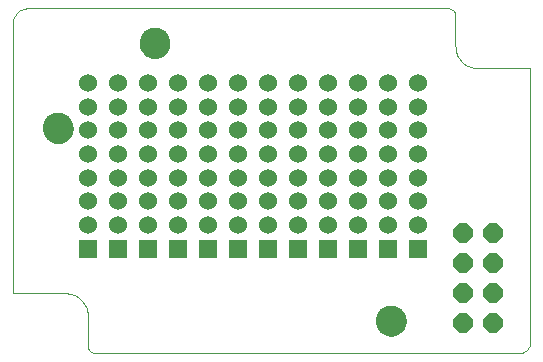
<source format=gbs>
G75*
%MOIN*%
%OFA0B0*%
%FSLAX24Y24*%
%IPPOS*%
%LPD*%
%AMOC8*
5,1,8,0,0,1.08239X$1,22.5*
%
%ADD10C,0.0000*%
%ADD11C,0.1024*%
%ADD12OC8,0.0640*%
%ADD13R,0.0600X0.0600*%
%ADD14C,0.0600*%
D10*
X002650Y001400D02*
X002648Y001454D01*
X002642Y001507D01*
X002633Y001559D01*
X002620Y001611D01*
X002603Y001662D01*
X002582Y001712D01*
X002558Y001759D01*
X002531Y001805D01*
X002500Y001849D01*
X002467Y001891D01*
X002430Y001930D01*
X002391Y001967D01*
X002349Y002000D01*
X002305Y002031D01*
X002259Y002058D01*
X002212Y002082D01*
X002162Y002103D01*
X002111Y002120D01*
X002059Y002133D01*
X002007Y002142D01*
X001954Y002148D01*
X001900Y002150D01*
X000150Y002150D01*
X000150Y011256D01*
X000150Y011150D02*
X000152Y011194D01*
X000158Y011237D01*
X000167Y011279D01*
X000180Y011321D01*
X000197Y011361D01*
X000217Y011400D01*
X000240Y011437D01*
X000267Y011471D01*
X000296Y011504D01*
X000329Y011533D01*
X000363Y011560D01*
X000400Y011583D01*
X000439Y011603D01*
X000479Y011620D01*
X000521Y011633D01*
X000563Y011642D01*
X000606Y011648D01*
X000650Y011650D01*
X014650Y011650D01*
X014680Y011648D01*
X014710Y011643D01*
X014739Y011634D01*
X014766Y011621D01*
X014792Y011606D01*
X014816Y011587D01*
X014837Y011566D01*
X014856Y011542D01*
X014871Y011516D01*
X014884Y011489D01*
X014893Y011460D01*
X014898Y011430D01*
X014900Y011400D01*
X014900Y010400D01*
X014902Y010346D01*
X014908Y010293D01*
X014917Y010241D01*
X014930Y010189D01*
X014947Y010138D01*
X014968Y010088D01*
X014992Y010041D01*
X015019Y009995D01*
X015050Y009951D01*
X015083Y009909D01*
X015120Y009870D01*
X015159Y009833D01*
X015201Y009800D01*
X015245Y009769D01*
X015291Y009742D01*
X015338Y009718D01*
X015388Y009697D01*
X015439Y009680D01*
X015491Y009667D01*
X015543Y009658D01*
X015596Y009652D01*
X015650Y009650D01*
X017400Y009650D01*
X017400Y000544D01*
X017398Y000505D01*
X017392Y000467D01*
X017383Y000430D01*
X017370Y000393D01*
X017353Y000358D01*
X017334Y000325D01*
X017311Y000294D01*
X017285Y000265D01*
X017256Y000239D01*
X017225Y000216D01*
X017192Y000197D01*
X017157Y000180D01*
X017120Y000167D01*
X017083Y000158D01*
X017045Y000152D01*
X017006Y000150D01*
X017150Y000150D02*
X002900Y000150D01*
X002870Y000152D01*
X002840Y000157D01*
X002811Y000166D01*
X002784Y000179D01*
X002758Y000194D01*
X002734Y000213D01*
X002713Y000234D01*
X002694Y000258D01*
X002679Y000284D01*
X002666Y000311D01*
X002657Y000340D01*
X002652Y000370D01*
X002650Y000400D01*
X002650Y001400D01*
X001158Y007650D02*
X001160Y007694D01*
X001166Y007738D01*
X001176Y007781D01*
X001189Y007823D01*
X001207Y007863D01*
X001228Y007902D01*
X001252Y007939D01*
X001279Y007974D01*
X001310Y008006D01*
X001343Y008035D01*
X001379Y008061D01*
X001417Y008083D01*
X001457Y008102D01*
X001498Y008118D01*
X001541Y008130D01*
X001584Y008138D01*
X001628Y008142D01*
X001672Y008142D01*
X001716Y008138D01*
X001759Y008130D01*
X001802Y008118D01*
X001843Y008102D01*
X001883Y008083D01*
X001921Y008061D01*
X001957Y008035D01*
X001990Y008006D01*
X002021Y007974D01*
X002048Y007939D01*
X002072Y007902D01*
X002093Y007863D01*
X002111Y007823D01*
X002124Y007781D01*
X002134Y007738D01*
X002140Y007694D01*
X002142Y007650D01*
X002140Y007606D01*
X002134Y007562D01*
X002124Y007519D01*
X002111Y007477D01*
X002093Y007437D01*
X002072Y007398D01*
X002048Y007361D01*
X002021Y007326D01*
X001990Y007294D01*
X001957Y007265D01*
X001921Y007239D01*
X001883Y007217D01*
X001843Y007198D01*
X001802Y007182D01*
X001759Y007170D01*
X001716Y007162D01*
X001672Y007158D01*
X001628Y007158D01*
X001584Y007162D01*
X001541Y007170D01*
X001498Y007182D01*
X001457Y007198D01*
X001417Y007217D01*
X001379Y007239D01*
X001343Y007265D01*
X001310Y007294D01*
X001279Y007326D01*
X001252Y007361D01*
X001228Y007398D01*
X001207Y007437D01*
X001189Y007477D01*
X001176Y007519D01*
X001166Y007562D01*
X001160Y007606D01*
X001158Y007650D01*
X004382Y010485D02*
X004384Y010529D01*
X004390Y010573D01*
X004400Y010616D01*
X004413Y010658D01*
X004431Y010698D01*
X004452Y010737D01*
X004476Y010774D01*
X004503Y010809D01*
X004534Y010841D01*
X004567Y010870D01*
X004603Y010896D01*
X004641Y010918D01*
X004681Y010937D01*
X004722Y010953D01*
X004765Y010965D01*
X004808Y010973D01*
X004852Y010977D01*
X004896Y010977D01*
X004940Y010973D01*
X004983Y010965D01*
X005026Y010953D01*
X005067Y010937D01*
X005107Y010918D01*
X005145Y010896D01*
X005181Y010870D01*
X005214Y010841D01*
X005245Y010809D01*
X005272Y010774D01*
X005296Y010737D01*
X005317Y010698D01*
X005335Y010658D01*
X005348Y010616D01*
X005358Y010573D01*
X005364Y010529D01*
X005366Y010485D01*
X005364Y010441D01*
X005358Y010397D01*
X005348Y010354D01*
X005335Y010312D01*
X005317Y010272D01*
X005296Y010233D01*
X005272Y010196D01*
X005245Y010161D01*
X005214Y010129D01*
X005181Y010100D01*
X005145Y010074D01*
X005107Y010052D01*
X005067Y010033D01*
X005026Y010017D01*
X004983Y010005D01*
X004940Y009997D01*
X004896Y009993D01*
X004852Y009993D01*
X004808Y009997D01*
X004765Y010005D01*
X004722Y010017D01*
X004681Y010033D01*
X004641Y010052D01*
X004603Y010074D01*
X004567Y010100D01*
X004534Y010129D01*
X004503Y010161D01*
X004476Y010196D01*
X004452Y010233D01*
X004431Y010272D01*
X004413Y010312D01*
X004400Y010354D01*
X004390Y010397D01*
X004384Y010441D01*
X004382Y010485D01*
X012256Y001233D02*
X012258Y001277D01*
X012264Y001321D01*
X012274Y001364D01*
X012287Y001406D01*
X012305Y001446D01*
X012326Y001485D01*
X012350Y001522D01*
X012377Y001557D01*
X012408Y001589D01*
X012441Y001618D01*
X012477Y001644D01*
X012515Y001666D01*
X012555Y001685D01*
X012596Y001701D01*
X012639Y001713D01*
X012682Y001721D01*
X012726Y001725D01*
X012770Y001725D01*
X012814Y001721D01*
X012857Y001713D01*
X012900Y001701D01*
X012941Y001685D01*
X012981Y001666D01*
X013019Y001644D01*
X013055Y001618D01*
X013088Y001589D01*
X013119Y001557D01*
X013146Y001522D01*
X013170Y001485D01*
X013191Y001446D01*
X013209Y001406D01*
X013222Y001364D01*
X013232Y001321D01*
X013238Y001277D01*
X013240Y001233D01*
X013238Y001189D01*
X013232Y001145D01*
X013222Y001102D01*
X013209Y001060D01*
X013191Y001020D01*
X013170Y000981D01*
X013146Y000944D01*
X013119Y000909D01*
X013088Y000877D01*
X013055Y000848D01*
X013019Y000822D01*
X012981Y000800D01*
X012941Y000781D01*
X012900Y000765D01*
X012857Y000753D01*
X012814Y000745D01*
X012770Y000741D01*
X012726Y000741D01*
X012682Y000745D01*
X012639Y000753D01*
X012596Y000765D01*
X012555Y000781D01*
X012515Y000800D01*
X012477Y000822D01*
X012441Y000848D01*
X012408Y000877D01*
X012377Y000909D01*
X012350Y000944D01*
X012326Y000981D01*
X012305Y001020D01*
X012287Y001060D01*
X012274Y001102D01*
X012264Y001145D01*
X012258Y001189D01*
X012256Y001233D01*
D11*
X012748Y001233D03*
X001650Y007650D03*
X004874Y010485D03*
D12*
X015150Y004150D03*
X016150Y004150D03*
X016150Y003150D03*
X015150Y003150D03*
X015150Y002150D03*
X016150Y002150D03*
X016150Y001150D03*
X015150Y001150D03*
D13*
X013650Y003644D03*
X012650Y003644D03*
X011650Y003644D03*
X010650Y003644D03*
X009650Y003644D03*
X008650Y003644D03*
X007650Y003644D03*
X006650Y003644D03*
X005650Y003644D03*
X004650Y003644D03*
X003650Y003644D03*
X002650Y003644D03*
D14*
X002650Y004431D03*
X003650Y004431D03*
X004650Y004431D03*
X005650Y004431D03*
X006650Y004431D03*
X007650Y004431D03*
X008650Y004431D03*
X009650Y004431D03*
X010650Y004431D03*
X011650Y004431D03*
X012650Y004431D03*
X013650Y004431D03*
X013650Y005219D03*
X012650Y005219D03*
X012650Y006006D03*
X013650Y006006D03*
X013650Y006794D03*
X012650Y006794D03*
X011650Y006794D03*
X010650Y006794D03*
X009650Y006794D03*
X008650Y006794D03*
X007650Y006794D03*
X006650Y006794D03*
X005650Y006794D03*
X004650Y006794D03*
X003650Y006794D03*
X002650Y006794D03*
X002650Y007581D03*
X002650Y008369D03*
X003650Y008369D03*
X003650Y007581D03*
X004650Y007581D03*
X005650Y007581D03*
X005650Y008369D03*
X004650Y008369D03*
X004650Y009156D03*
X005650Y009156D03*
X006650Y009156D03*
X007650Y009156D03*
X008650Y009156D03*
X009650Y009156D03*
X010650Y009156D03*
X011650Y009156D03*
X012650Y009156D03*
X013650Y009156D03*
X013650Y008369D03*
X012650Y008369D03*
X012650Y007581D03*
X013650Y007581D03*
X011650Y007581D03*
X011650Y008369D03*
X010650Y008369D03*
X009650Y008369D03*
X009650Y007581D03*
X010650Y007581D03*
X008650Y007581D03*
X008650Y008369D03*
X007650Y008369D03*
X006650Y008369D03*
X006650Y007581D03*
X007650Y007581D03*
X007650Y006006D03*
X006650Y006006D03*
X006650Y005219D03*
X007650Y005219D03*
X008650Y005219D03*
X008650Y006006D03*
X009650Y006006D03*
X010650Y006006D03*
X010650Y005219D03*
X009650Y005219D03*
X011650Y005219D03*
X011650Y006006D03*
X005650Y006006D03*
X004650Y006006D03*
X004650Y005219D03*
X005650Y005219D03*
X003650Y005219D03*
X003650Y006006D03*
X002650Y006006D03*
X002650Y005219D03*
X002650Y009156D03*
X003650Y009156D03*
M02*

</source>
